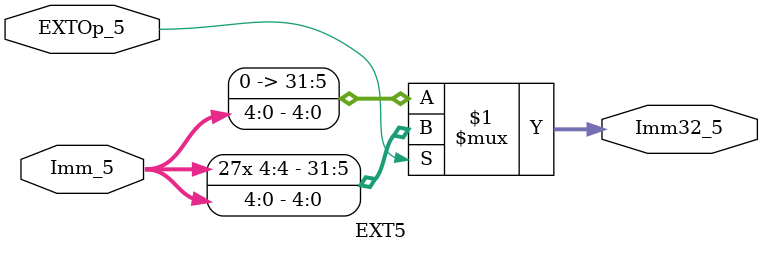
<source format=v>

module EXT5( Imm_5, EXTOp_5, Imm32_5 );
    
   input  [4:0] Imm_5;
   input         EXTOp_5;
   output [31:0] Imm32_5;
   
   assign Imm32_5 = (EXTOp_5) ? {{27{Imm_5[4]}}, Imm_5} : {27'd0, Imm_5}; // signed-extension or zero extension  
   //from 5 imm to 32 imm
       
endmodule

</source>
